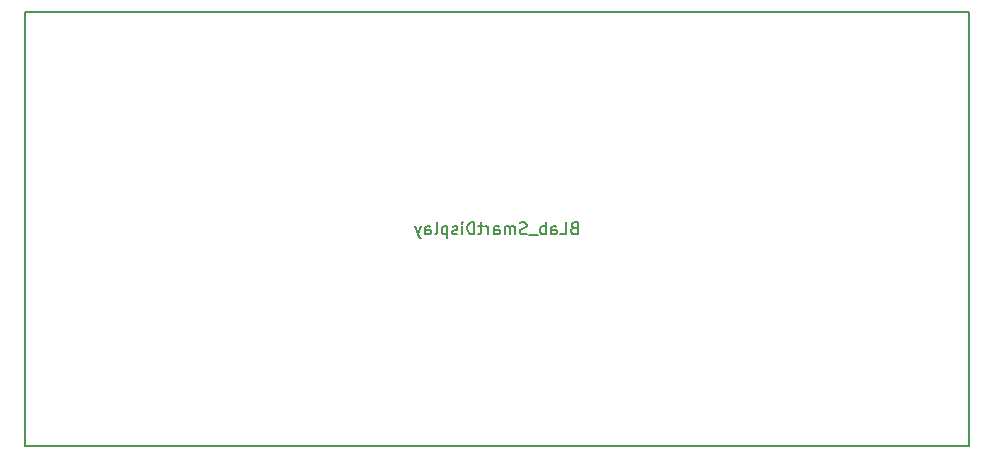
<source format=gbr>
G04 #@! TF.GenerationSoftware,KiCad,Pcbnew,(5.1.5)-3*
G04 #@! TF.CreationDate,2020-02-29T22:05:21+08:00*
G04 #@! TF.ProjectId,smartdisplay,736d6172-7464-4697-9370-6c61792e6b69,rev?*
G04 #@! TF.SameCoordinates,Original*
G04 #@! TF.FileFunction,Legend,Bot*
G04 #@! TF.FilePolarity,Positive*
%FSLAX46Y46*%
G04 Gerber Fmt 4.6, Leading zero omitted, Abs format (unit mm)*
G04 Created by KiCad (PCBNEW (5.1.5)-3) date 2020-02-29 22:05:21*
%MOMM*%
%LPD*%
G04 APERTURE LIST*
%ADD10C,0.150000*%
G04 APERTURE END LIST*
D10*
X156500000Y-79928571D02*
X156357142Y-79976190D01*
X156309523Y-80023809D01*
X156261904Y-80119047D01*
X156261904Y-80261904D01*
X156309523Y-80357142D01*
X156357142Y-80404761D01*
X156452380Y-80452380D01*
X156833333Y-80452380D01*
X156833333Y-79452380D01*
X156500000Y-79452380D01*
X156404761Y-79500000D01*
X156357142Y-79547619D01*
X156309523Y-79642857D01*
X156309523Y-79738095D01*
X156357142Y-79833333D01*
X156404761Y-79880952D01*
X156500000Y-79928571D01*
X156833333Y-79928571D01*
X155357142Y-80452380D02*
X155833333Y-80452380D01*
X155833333Y-79452380D01*
X154595238Y-80452380D02*
X154595238Y-79928571D01*
X154642857Y-79833333D01*
X154738095Y-79785714D01*
X154928571Y-79785714D01*
X155023809Y-79833333D01*
X154595238Y-80404761D02*
X154690476Y-80452380D01*
X154928571Y-80452380D01*
X155023809Y-80404761D01*
X155071428Y-80309523D01*
X155071428Y-80214285D01*
X155023809Y-80119047D01*
X154928571Y-80071428D01*
X154690476Y-80071428D01*
X154595238Y-80023809D01*
X154119047Y-80452380D02*
X154119047Y-79452380D01*
X154119047Y-79833333D02*
X154023809Y-79785714D01*
X153833333Y-79785714D01*
X153738095Y-79833333D01*
X153690476Y-79880952D01*
X153642857Y-79976190D01*
X153642857Y-80261904D01*
X153690476Y-80357142D01*
X153738095Y-80404761D01*
X153833333Y-80452380D01*
X154023809Y-80452380D01*
X154119047Y-80404761D01*
X153452380Y-80547619D02*
X152690476Y-80547619D01*
X152500000Y-80404761D02*
X152357142Y-80452380D01*
X152119047Y-80452380D01*
X152023809Y-80404761D01*
X151976190Y-80357142D01*
X151928571Y-80261904D01*
X151928571Y-80166666D01*
X151976190Y-80071428D01*
X152023809Y-80023809D01*
X152119047Y-79976190D01*
X152309523Y-79928571D01*
X152404761Y-79880952D01*
X152452380Y-79833333D01*
X152500000Y-79738095D01*
X152500000Y-79642857D01*
X152452380Y-79547619D01*
X152404761Y-79500000D01*
X152309523Y-79452380D01*
X152071428Y-79452380D01*
X151928571Y-79500000D01*
X151500000Y-80452380D02*
X151500000Y-79785714D01*
X151500000Y-79880952D02*
X151452380Y-79833333D01*
X151357142Y-79785714D01*
X151214285Y-79785714D01*
X151119047Y-79833333D01*
X151071428Y-79928571D01*
X151071428Y-80452380D01*
X151071428Y-79928571D02*
X151023809Y-79833333D01*
X150928571Y-79785714D01*
X150785714Y-79785714D01*
X150690476Y-79833333D01*
X150642857Y-79928571D01*
X150642857Y-80452380D01*
X149738095Y-80452380D02*
X149738095Y-79928571D01*
X149785714Y-79833333D01*
X149880952Y-79785714D01*
X150071428Y-79785714D01*
X150166666Y-79833333D01*
X149738095Y-80404761D02*
X149833333Y-80452380D01*
X150071428Y-80452380D01*
X150166666Y-80404761D01*
X150214285Y-80309523D01*
X150214285Y-80214285D01*
X150166666Y-80119047D01*
X150071428Y-80071428D01*
X149833333Y-80071428D01*
X149738095Y-80023809D01*
X149261904Y-80452380D02*
X149261904Y-79785714D01*
X149261904Y-79976190D02*
X149214285Y-79880952D01*
X149166666Y-79833333D01*
X149071428Y-79785714D01*
X148976190Y-79785714D01*
X148785714Y-79785714D02*
X148404761Y-79785714D01*
X148642857Y-79452380D02*
X148642857Y-80309523D01*
X148595238Y-80404761D01*
X148500000Y-80452380D01*
X148404761Y-80452380D01*
X148071428Y-80452380D02*
X148071428Y-79452380D01*
X147833333Y-79452380D01*
X147690476Y-79500000D01*
X147595238Y-79595238D01*
X147547619Y-79690476D01*
X147500000Y-79880952D01*
X147500000Y-80023809D01*
X147547619Y-80214285D01*
X147595238Y-80309523D01*
X147690476Y-80404761D01*
X147833333Y-80452380D01*
X148071428Y-80452380D01*
X147071428Y-80452380D02*
X147071428Y-79785714D01*
X147071428Y-79452380D02*
X147119047Y-79500000D01*
X147071428Y-79547619D01*
X147023809Y-79500000D01*
X147071428Y-79452380D01*
X147071428Y-79547619D01*
X146642857Y-80404761D02*
X146547619Y-80452380D01*
X146357142Y-80452380D01*
X146261904Y-80404761D01*
X146214285Y-80309523D01*
X146214285Y-80261904D01*
X146261904Y-80166666D01*
X146357142Y-80119047D01*
X146500000Y-80119047D01*
X146595238Y-80071428D01*
X146642857Y-79976190D01*
X146642857Y-79928571D01*
X146595238Y-79833333D01*
X146500000Y-79785714D01*
X146357142Y-79785714D01*
X146261904Y-79833333D01*
X145785714Y-79785714D02*
X145785714Y-80785714D01*
X145785714Y-79833333D02*
X145690476Y-79785714D01*
X145500000Y-79785714D01*
X145404761Y-79833333D01*
X145357142Y-79880952D01*
X145309523Y-79976190D01*
X145309523Y-80261904D01*
X145357142Y-80357142D01*
X145404761Y-80404761D01*
X145500000Y-80452380D01*
X145690476Y-80452380D01*
X145785714Y-80404761D01*
X144738095Y-80452380D02*
X144833333Y-80404761D01*
X144880952Y-80309523D01*
X144880952Y-79452380D01*
X143928571Y-80452380D02*
X143928571Y-79928571D01*
X143976190Y-79833333D01*
X144071428Y-79785714D01*
X144261904Y-79785714D01*
X144357142Y-79833333D01*
X143928571Y-80404761D02*
X144023809Y-80452380D01*
X144261904Y-80452380D01*
X144357142Y-80404761D01*
X144404761Y-80309523D01*
X144404761Y-80214285D01*
X144357142Y-80119047D01*
X144261904Y-80071428D01*
X144023809Y-80071428D01*
X143928571Y-80023809D01*
X143547619Y-79785714D02*
X143309523Y-80452380D01*
X143071428Y-79785714D02*
X143309523Y-80452380D01*
X143404761Y-80690476D01*
X143452380Y-80738095D01*
X143547619Y-80785714D01*
X110000000Y-98400000D02*
X110000000Y-61600000D01*
X190000000Y-98400000D02*
X110000000Y-98400000D01*
X190000000Y-61600000D02*
X190000000Y-98400000D01*
X110000000Y-61600000D02*
X190000000Y-61600000D01*
M02*

</source>
